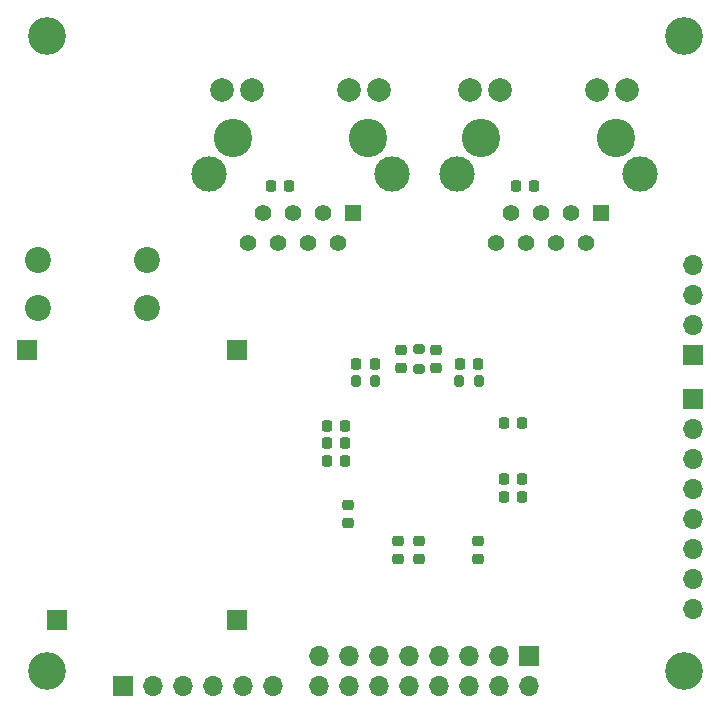
<source format=gbs>
%TF.GenerationSoftware,KiCad,Pcbnew,8.0.7*%
%TF.CreationDate,2025-01-02T12:23:41+01:00*%
%TF.ProjectId,kyncat,6b796e63-6174-42e6-9b69-6361645f7063,rev?*%
%TF.SameCoordinates,Original*%
%TF.FileFunction,Soldermask,Bot*%
%TF.FilePolarity,Negative*%
%FSLAX46Y46*%
G04 Gerber Fmt 4.6, Leading zero omitted, Abs format (unit mm)*
G04 Created by KiCad (PCBNEW 8.0.7) date 2025-01-02 12:23:41*
%MOMM*%
%LPD*%
G01*
G04 APERTURE LIST*
G04 Aperture macros list*
%AMRoundRect*
0 Rectangle with rounded corners*
0 $1 Rounding radius*
0 $2 $3 $4 $5 $6 $7 $8 $9 X,Y pos of 4 corners*
0 Add a 4 corners polygon primitive as box body*
4,1,4,$2,$3,$4,$5,$6,$7,$8,$9,$2,$3,0*
0 Add four circle primitives for the rounded corners*
1,1,$1+$1,$2,$3*
1,1,$1+$1,$4,$5*
1,1,$1+$1,$6,$7*
1,1,$1+$1,$8,$9*
0 Add four rect primitives between the rounded corners*
20,1,$1+$1,$2,$3,$4,$5,0*
20,1,$1+$1,$4,$5,$6,$7,0*
20,1,$1+$1,$6,$7,$8,$9,0*
20,1,$1+$1,$8,$9,$2,$3,0*%
G04 Aperture macros list end*
%ADD10R,1.700000X1.700000*%
%ADD11O,1.700000X1.700000*%
%ADD12C,3.250000*%
%ADD13R,1.400000X1.400000*%
%ADD14C,1.400000*%
%ADD15C,2.000000*%
%ADD16C,3.000000*%
%ADD17C,3.200000*%
%ADD18C,2.200000*%
%ADD19RoundRect,0.225000X0.225000X0.250000X-0.225000X0.250000X-0.225000X-0.250000X0.225000X-0.250000X0*%
%ADD20RoundRect,0.200000X-0.275000X0.200000X-0.275000X-0.200000X0.275000X-0.200000X0.275000X0.200000X0*%
%ADD21RoundRect,0.225000X0.250000X-0.225000X0.250000X0.225000X-0.250000X0.225000X-0.250000X-0.225000X0*%
%ADD22RoundRect,0.225000X-0.225000X-0.250000X0.225000X-0.250000X0.225000X0.250000X-0.225000X0.250000X0*%
%ADD23RoundRect,0.225000X-0.250000X0.225000X-0.250000X-0.225000X0.250000X-0.225000X0.250000X0.225000X0*%
%ADD24RoundRect,0.200000X-0.200000X-0.275000X0.200000X-0.275000X0.200000X0.275000X-0.200000X0.275000X0*%
%ADD25RoundRect,0.200000X0.200000X0.275000X-0.200000X0.275000X-0.200000X-0.275000X0.200000X-0.275000X0*%
G04 APERTURE END LIST*
D10*
%TO.C,J2*%
X113000000Y-96250000D03*
D11*
X115540000Y-96250000D03*
X118080000Y-96250000D03*
X120620000Y-96250000D03*
X123160000Y-96250000D03*
X125700000Y-96250000D03*
%TD*%
D12*
%TO.C,J3*%
X154715000Y-49855000D03*
X143285000Y-49855000D03*
D13*
X153445000Y-56205000D03*
D14*
X152175000Y-58745000D03*
X150905000Y-56205000D03*
X149635000Y-58745000D03*
X148365000Y-56205000D03*
X147095000Y-58745000D03*
X145825000Y-56205000D03*
X144555000Y-58745000D03*
D15*
X155630000Y-45795000D03*
X153090000Y-45795000D03*
X144910000Y-45795000D03*
X142370000Y-45795000D03*
D16*
X156745000Y-52905000D03*
X141255000Y-52905000D03*
%TD*%
D17*
%TO.C,H2*%
X160500000Y-95000000D03*
%TD*%
%TO.C,H3*%
X106500000Y-41250000D03*
%TD*%
D10*
%TO.C,J4*%
X161250000Y-72000000D03*
D11*
X161250000Y-74540000D03*
X161250000Y-77080000D03*
X161250000Y-79620000D03*
X161250000Y-82160000D03*
X161250000Y-84700000D03*
X161250000Y-87240000D03*
X161250000Y-89780000D03*
%TD*%
D10*
%TO.C,U3*%
X122650000Y-67820000D03*
X104850000Y-67820000D03*
X122650000Y-90680000D03*
X107410000Y-90680000D03*
%TD*%
D17*
%TO.C,H4*%
X106500000Y-95000000D03*
%TD*%
D10*
%TO.C,J5*%
X161250000Y-68250000D03*
D11*
X161250000Y-65710000D03*
X161250000Y-63170000D03*
X161250000Y-60630000D03*
%TD*%
D18*
%TO.C,J6*%
X115000401Y-64250000D03*
X105800399Y-64250000D03*
X115000401Y-60249999D03*
X105800399Y-60249999D03*
%TD*%
D12*
%TO.C,J1*%
X133715000Y-49855000D03*
X122285000Y-49855000D03*
D13*
X132445000Y-56205000D03*
D14*
X131175000Y-58745000D03*
X129905000Y-56205000D03*
X128635000Y-58745000D03*
X127365000Y-56205000D03*
X126095000Y-58745000D03*
X124825000Y-56205000D03*
X123555000Y-58745000D03*
D15*
X134630000Y-45795000D03*
X132090000Y-45795000D03*
X123910000Y-45795000D03*
X121370000Y-45795000D03*
D16*
X135745000Y-52905000D03*
X120255000Y-52905000D03*
%TD*%
D10*
%TO.C,J8*%
X147375000Y-93750000D03*
D11*
X147375000Y-96290000D03*
X144835000Y-93750000D03*
X144835000Y-96290000D03*
X142295000Y-93750000D03*
X142295000Y-96290000D03*
X139755000Y-93750000D03*
X139755000Y-96290000D03*
X137215000Y-93750000D03*
X137215000Y-96290000D03*
X134675000Y-93750000D03*
X134675000Y-96290000D03*
X132135000Y-93750000D03*
X132135000Y-96290000D03*
X129595000Y-93750000D03*
X129595000Y-96290000D03*
%TD*%
D17*
%TO.C,H1*%
X160500000Y-41250000D03*
%TD*%
D19*
%TO.C,C1*%
X143025000Y-69000000D03*
X141475000Y-69000000D03*
%TD*%
D20*
%TO.C,FB4*%
X138000000Y-67800000D03*
X138000000Y-69450000D03*
%TD*%
D19*
%TO.C,C9*%
X146775000Y-74000000D03*
X145225000Y-74000000D03*
%TD*%
D21*
%TO.C,C11*%
X136250000Y-85525000D03*
X136250000Y-83975000D03*
%TD*%
D19*
%TO.C,C27*%
X127025000Y-54000000D03*
X125475000Y-54000000D03*
%TD*%
D22*
%TO.C,C10*%
X130225000Y-77250000D03*
X131775000Y-77250000D03*
%TD*%
D19*
%TO.C,C13*%
X146775000Y-80250000D03*
X145225000Y-80250000D03*
%TD*%
D23*
%TO.C,C8*%
X139500000Y-67850000D03*
X139500000Y-69400000D03*
%TD*%
D22*
%TO.C,C2*%
X132725000Y-69000000D03*
X134275000Y-69000000D03*
%TD*%
D19*
%TO.C,C4*%
X146775000Y-78750000D03*
X145225000Y-78750000D03*
%TD*%
D22*
%TO.C,C14*%
X130225000Y-74250000D03*
X131775000Y-74250000D03*
%TD*%
D19*
%TO.C,C22*%
X147775000Y-54000000D03*
X146225000Y-54000000D03*
%TD*%
D24*
%TO.C,FB2*%
X132675000Y-70500000D03*
X134325000Y-70500000D03*
%TD*%
D21*
%TO.C,C12*%
X143000000Y-85525000D03*
X143000000Y-83975000D03*
%TD*%
%TO.C,C6*%
X138000000Y-85525000D03*
X138000000Y-83975000D03*
%TD*%
D23*
%TO.C,C7*%
X136500000Y-67850000D03*
X136500000Y-69400000D03*
%TD*%
D25*
%TO.C,FB1*%
X143075000Y-70500000D03*
X141425000Y-70500000D03*
%TD*%
D22*
%TO.C,C5*%
X130225000Y-75750000D03*
X131775000Y-75750000D03*
%TD*%
D21*
%TO.C,C29*%
X132000000Y-82525000D03*
X132000000Y-80975000D03*
%TD*%
M02*

</source>
